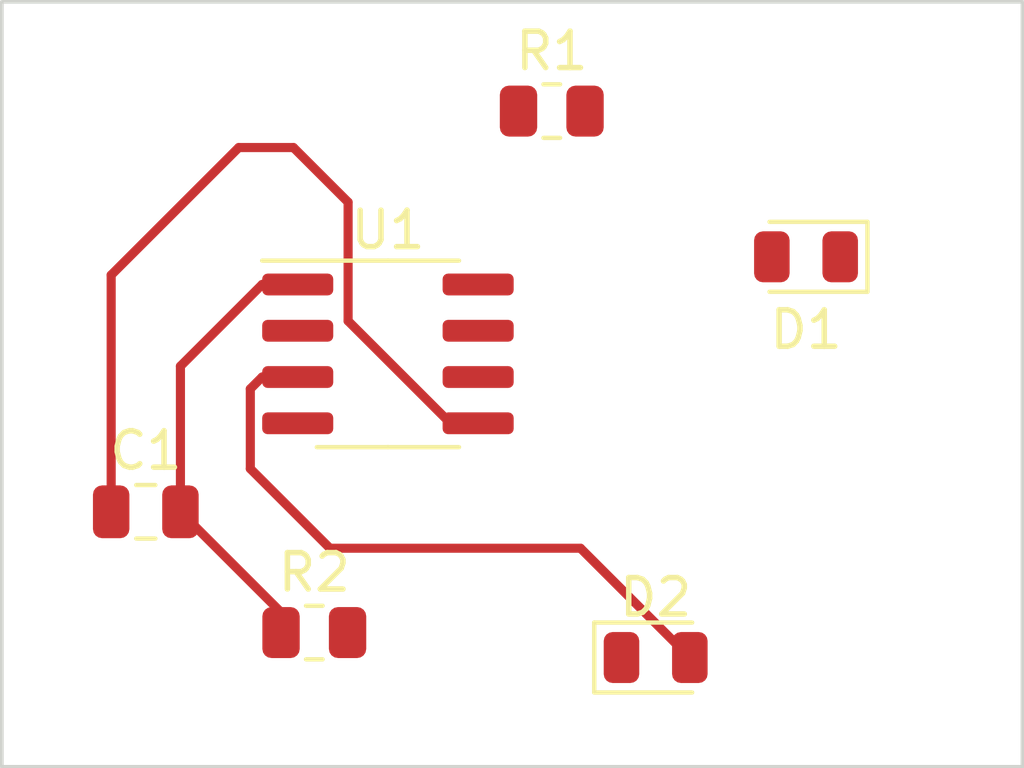
<source format=kicad_pcb>
(kicad_pcb (version 20240108) (generator "pcbnew") (generator_version "8.0")
  (layers (0 "F.Cu" signal) (31 "B.Cu" signal) (34 "B.Paste" user) (35 "F.Paste" user) (36 "B.SilkS" user "B.Silkscreen") (37 "F.SilkS" user "F.Silkscreen") (38 "B.Mask" user) (39 "F.Mask" user) (44 "Edge.Cuts" user))
  (net 0 "")
  (net 1 "Net-(U1-CV)")
  (net 2 "GND")
  (net 3 "Net-(D1-K)")
  (net 4 "Net-(D1-A)")
  (net 5 "Net-(D2-K)")
  (net 6 "VCC")
  (net 8 "Net-(U1-DIS)")
  (footprint "Capacitor_SMD:C_0805_2012Metric" (layer "F.Cu") (at 19.95 28)
    (property "Reference" "C1" (at 0 -1.68 0) (layer "F.SilkS"))
    (property "Value" "C")
    (fp_line (start -0.261252 -0.735) (end 0.261252 -0.735) (stroke (width 0.12)) (layer "F.SilkS"))
    (fp_line (start -0.261252 0.735) (end 0.261252 0.735) (stroke (width 0.12)) (layer "F.SilkS"))
    (pad "1" smd roundrect (at -0.95 0) (size 1 1.45) (layers "F.Cu" "F.Paste" "F.Mask") (net 1 "Net-(U1-CV)"))
    (pad "2" smd roundrect (at 0.95 0) (size 1 1.45) (layers "F.Cu" "F.Paste" "F.Mask") (net 2 "GND"))
  )
  (footprint "Resistor_SMD:R_0805_2012Metric" (layer "F.Cu") (at 31.0875 17)
    (property "Reference" "R1" (at 0 -1.65 0) (layer "F.SilkS"))
    (property "Value" "R")
    (fp_line (start -0.227064 -0.735) (end 0.227064 -0.735) (stroke (width 0.12)) (layer "F.SilkS"))
    (fp_line (start -0.227064 0.735) (end 0.227064 0.735) (stroke (width 0.12)) (layer "F.SilkS"))
    (pad "1" smd roundrect (at -0.9125 0) (size 1.025 1.4) (layers "F.Cu" "F.Paste" "F.Mask") (roundrect_rratio 0.243902) (net 4 "Net-(D1-A)"))
    (pad "2" smd roundrect (at 0.9125 0) (size 1.025 1.4) (layers "F.Cu" "F.Paste" "F.Mask") (roundrect_rratio 0.243902) (net 6 "VCC"))
  )
  (footprint "Package_SO:SOIC-8_3.9x4.9mm_P1.27mm" (layer "F.Cu") (at 26.5925 23.665)
    (property "Reference" "U1" (at 0 -3.4 0) (layer "F.SilkS"))
    (property "Value" "LM555xM")
    (fp_line (start 0 -2.56) (end -3.45 -2.56) (stroke (width 0.12)) (layer "F.SilkS"))
    (fp_line (start 0 -2.56) (end 1.95 -2.56) (stroke (width 0.12)) (layer "F.SilkS"))
    (fp_line (start 0 2.56) (end -1.95 2.56) (stroke (width 0.12)) (layer "F.SilkS"))
    (fp_line (start 0 2.56) (end 1.95 2.56) (stroke (width 0.12)) (layer "F.SilkS"))
    (pad "1" smd roundrect (at -2.475 -1.905) (size 1.95 0.6) (layers "F.Cu" "F.Paste" "F.Mask") (net 2 "GND"))
    (pad "2" smd roundrect (at -2.475 -0.635) (size 1.95 0.6) (layers "F.Cu" "F.Paste" "F.Mask"))
    (pad "3" smd roundrect (at -2.475 0.635) (size 1.95 0.6) (layers "F.Cu" "F.Paste" "F.Mask") (net 3 "Net-(D1-K)"))
    (pad "4" smd roundrect (at -2.475 1.905) (size 1.95 0.6) (layers "F.Cu" "F.Paste" "F.Mask") (net 6 "VCC"))
    (pad "5" smd roundrect (at 2.475 1.905) (size 1.95 0.6) (layers "F.Cu" "F.Paste" "F.Mask") (net 1 "Net-(U1-CV)"))
    (pad "6" smd roundrect (at 2.475 0.635) (size 1.95 0.6) (layers "F.Cu" "F.Paste" "F.Mask") (net 8 "Net-(U1-DIS)"))
    (pad "7" smd roundrect (at 2.475 -0.635) (size 1.95 0.6) (layers "F.Cu" "F.Paste" "F.Mask") (net 8 "Net-(U1-DIS)"))
    (pad "8" smd roundrect (at 2.475 -1.905) (size 1.95 0.6) (layers "F.Cu" "F.Paste" "F.Mask") (net 6 "VCC"))
  )
  (footprint "Resistor_SMD:R_0805_2012Metric" (layer "F.Cu") (at 24.5725 31.315)
    (property "Reference" "R2" (at 0 -1.65 0) (layer "F.SilkS"))
    (property "Value" "R")
    (fp_line (start -0.227064 -0.735) (end 0.227064 -0.735) (stroke (width 0.12)) (layer "F.SilkS"))
    (fp_line (start -0.227064 0.735) (end 0.227064 0.735) (stroke (width 0.12)) (layer "F.SilkS"))
    (pad "1" smd roundrect (at -0.9125 0) (size 1.025 1.4) (layers "F.Cu" "F.Paste" "F.Mask") (roundrect_rratio 0.243902) (net 2 "GND"))
    (pad "2" smd roundrect (at 0.9125 0) (size 1.025 1.4) (layers "F.Cu" "F.Paste" "F.Mask") (roundrect_rratio 0.243902) (net 5 "Net-(D2-K)"))
  )
  (footprint "LED_SMD:LED_0805_2012Metric" (layer "F.Cu") (at 33.9375 32)
    (property "Reference" "D2" (at 0 -1.65 0) (layer "F.SilkS"))
    (property "Value" "LED")
    (fp_line (start -1.685 -0.96) (end -1.685 0.96) (stroke (width 0.12)) (layer "F.SilkS"))
    (fp_line (start -1.685 0.96) (end 1 0.96) (stroke (width 0.12)) (layer "F.SilkS"))
    (fp_line (start 1 -0.96) (end -1.685 -0.96) (stroke (width 0.12)) (layer "F.SilkS"))
    (pad "1" smd roundrect (at -0.9375 0) (size 0.975 1.4) (layers "F.Cu" "F.Paste" "F.Mask") (net 5 "Net-(D2-K)"))
    (pad "2" smd roundrect (at 0.9375 0) (size 0.975 1.4) (layers "F.Cu" "F.Paste" "F.Mask") (net 3 "Net-(D1-K)"))
  )
  (footprint "LED_SMD:LED_0805_2012Metric" (layer "F.Cu") (at 38.0625 21 180)
    (property "Reference" "D1" (at 0 -2 0) (layer "F.SilkS"))
    (property "Value" "LED")
    (fp_line (start 1 -0.96) (end -1.685 -0.96) (stroke (width 0.12)) (layer "F.SilkS"))
    (fp_line (start -1.685 0.96) (end 1 0.96) (stroke (width 0.12)) (layer "F.SilkS"))
    (fp_line (start -1.685 -0.96) (end -1.685 0.96) (stroke (width 0.12)) (layer "F.SilkS"))
    (pad "1" smd roundrect (at -0.9375 0 180) (size 0.975 1.4) (layers "F.Cu" "F.Paste" "F.Mask") (net 3 "Net-(D1-K)"))
    (pad "2" smd roundrect (at 0.9375 0 180) (size 0.975 1.4) (layers "F.Cu" "F.Paste" "F.Mask") (net 4 "Net-(D1-A)"))
  )
  (gr_rect (start 16 14) (end 44 35) (stroke (width 0.1)) (fill none) (layer "Edge.Cuts"))
  (segment (start 29.0675 25.57) (end 28.308408 25.57) (width 0.25) (layer "F.Cu") (net 1))
  (segment (start 25.5 22.761592) (end 25.5 19.5) (width 0.25) (layer "F.Cu") (net 1))
  (segment (start 19 21.5) (end 19 28) (width 0.25) (layer "F.Cu") (net 1))
  (segment (start 28.308408 25.57) (end 25.5 22.761592) (width 0.25) (layer "F.Cu") (net 1))
  (segment (start 22.5 18) (end 19 21.5) (width 0.25) (layer "F.Cu") (net 1))
  (segment (start 24 18) (end 22.5 18) (width 0.25) (layer "F.Cu") (net 1))
  (segment (start 25.5 19.5) (end 24 18) (width 0.25) (layer "F.Cu") (net 1))
  (segment (start 20.9 28) (end 23.66 30.76) (width 0.25) (layer "F.Cu") (net 2))
  (segment (start 20.9 28) (end 20.9 24.002501) (width 0.25) (layer "F.Cu") (net 2))
  (segment (start 23.66 30.76) (end 23.66 31.315) (width 0.25) (layer "F.Cu") (net 2))
  (segment (start 23.142501 21.76) (end 24.1175 21.76) (width 0.25) (layer "F.Cu") (net 2))
  (segment (start 20.9 24.002501) (end 23.142501 21.76) (width 0.25) (layer "F.Cu") (net 2))
  (segment (start 25 29) (end 31.875 29) (width 0.25) (layer "F.Cu") (net 3))
  (segment (start 22.8175 26.8175) (end 25 29) (width 0.25) (layer "F.Cu") (net 3))
  (segment (start 22.8175 24.625001) (end 22.8175 26.8175) (width 0.25) (layer "F.Cu") (net 3))
  (segment (start 23.142501 24.3) (end 22.8175 24.625001) (width 0.25) (layer "F.Cu") (net 3))
  (segment (start 31.875 29) (end 34.875 32) (width 0.25) (layer "F.Cu") (net 3))
  (segment (start 24.1175 24.3) (end 23.142501 24.3) (width 0.25) (layer "F.Cu") (net 3))
)
</source>
